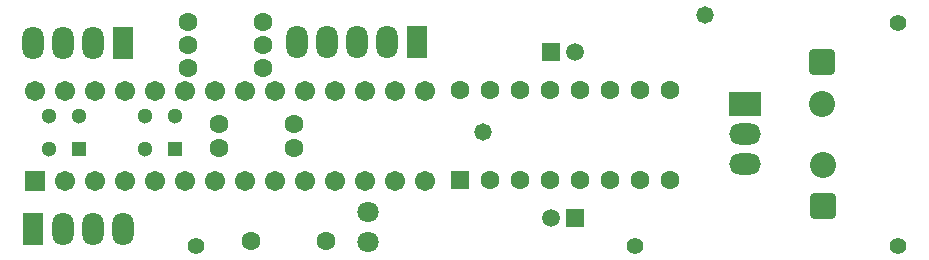
<source format=gbs>
G04*
G04 #@! TF.GenerationSoftware,Altium Limited,Altium Designer,21.4.1 (30)*
G04*
G04 Layer_Color=16711935*
%FSLAX44Y44*%
%MOMM*%
G71*
G04*
G04 #@! TF.SameCoordinates,BDAD26CE-3B89-4697-9247-DFE5EB3C9538*
G04*
G04*
G04 #@! TF.FilePolarity,Negative*
G04*
G01*
G75*
%ADD32C,1.4032*%
%ADD33C,1.6002*%
%ADD34O,1.8032X2.8032*%
%ADD35R,1.8032X2.8032*%
%ADD36C,1.6032*%
%ADD37R,1.6032X1.6032*%
%ADD38C,1.5032*%
%ADD39R,1.5032X1.5032*%
%ADD40R,2.7032X2.0032*%
%ADD41O,2.7032X1.8032*%
G04:AMPARAMS|DCode=42|XSize=2.2032mm|YSize=2.2032mm|CornerRadius=0.3516mm|HoleSize=0mm|Usage=FLASHONLY|Rotation=270.000|XOffset=0mm|YOffset=0mm|HoleType=Round|Shape=RoundedRectangle|*
%AMROUNDEDRECTD42*
21,1,2.2032,1.5000,0,0,270.0*
21,1,1.5000,2.2032,0,0,270.0*
1,1,0.7032,-0.7500,-0.7500*
1,1,0.7032,-0.7500,0.7500*
1,1,0.7032,0.7500,0.7500*
1,1,0.7032,0.7500,-0.7500*
%
%ADD42ROUNDEDRECTD42*%
%ADD43C,2.2032*%
%ADD44C,1.7032*%
%ADD45R,1.7032X1.7032*%
%ADD46C,1.3000*%
%ADD47R,1.3000X1.3000*%
%ADD48C,1.8032*%
%ADD49C,1.4732*%
D32*
X1307592Y1101852D02*
D03*
Y913130D02*
D03*
X1084326D02*
D03*
X713232D02*
D03*
D33*
X705866Y1063444D02*
D03*
X769366D02*
D03*
Y1082775D02*
D03*
X705866D02*
D03*
X769366Y1102106D02*
D03*
X705866D02*
D03*
X796036Y1016254D02*
D03*
X732536D02*
D03*
X796036Y995934D02*
D03*
X732536D02*
D03*
X759659Y916940D02*
D03*
X823158D02*
D03*
D34*
X798380Y1085280D02*
D03*
X823780D02*
D03*
X849180D02*
D03*
X874580D02*
D03*
X574796Y1084980D02*
D03*
X600196D02*
D03*
X625596D02*
D03*
X650896Y927354D02*
D03*
X625496D02*
D03*
X600096D02*
D03*
D35*
X899980Y1085280D02*
D03*
X650996Y1084980D02*
D03*
X574696Y927354D02*
D03*
D36*
X1114044Y1044440D02*
D03*
X1088644D02*
D03*
X1063244D02*
D03*
X1037844D02*
D03*
X1012444D02*
D03*
X987044D02*
D03*
X961644D02*
D03*
X936244D02*
D03*
X1114044Y968240D02*
D03*
X1088644D02*
D03*
X1063244D02*
D03*
X1037844D02*
D03*
X1012444D02*
D03*
X987044D02*
D03*
X961644D02*
D03*
D37*
X936244D02*
D03*
D38*
X1013694Y936244D02*
D03*
X1033694Y1076631D02*
D03*
D39*
X1033694Y936244D02*
D03*
X1013694Y1076631D02*
D03*
D40*
X1177544Y1033018D02*
D03*
D41*
Y1007618D02*
D03*
Y982218D02*
D03*
D42*
X1243330Y1068324D02*
D03*
X1243812Y946176D02*
D03*
D43*
X1243330Y1033324D02*
D03*
X1243812Y981176D02*
D03*
D44*
X906780Y1043940D02*
D03*
X881380D02*
D03*
X855980D02*
D03*
X830580D02*
D03*
X805180D02*
D03*
X779780D02*
D03*
X754380D02*
D03*
X728980D02*
D03*
X703580D02*
D03*
X678180D02*
D03*
X652780D02*
D03*
X627380D02*
D03*
X601980D02*
D03*
X576580D02*
D03*
X906780Y967740D02*
D03*
X881380D02*
D03*
X855980D02*
D03*
X830580D02*
D03*
X805180D02*
D03*
X779780D02*
D03*
X754380D02*
D03*
X728980D02*
D03*
X703580D02*
D03*
X678180D02*
D03*
X652780D02*
D03*
X627380D02*
D03*
X601980D02*
D03*
D45*
X576580D02*
D03*
D46*
X669798Y1023090D02*
D03*
Y995090D02*
D03*
X695198Y1023090D02*
D03*
X588772D02*
D03*
Y995090D02*
D03*
X614172Y1023090D02*
D03*
D47*
X695198Y995090D02*
D03*
X614172D02*
D03*
D48*
X858520Y941578D02*
D03*
Y916178D02*
D03*
D49*
X956056Y1009396D02*
D03*
X1144199Y1108273D02*
D03*
M02*

</source>
